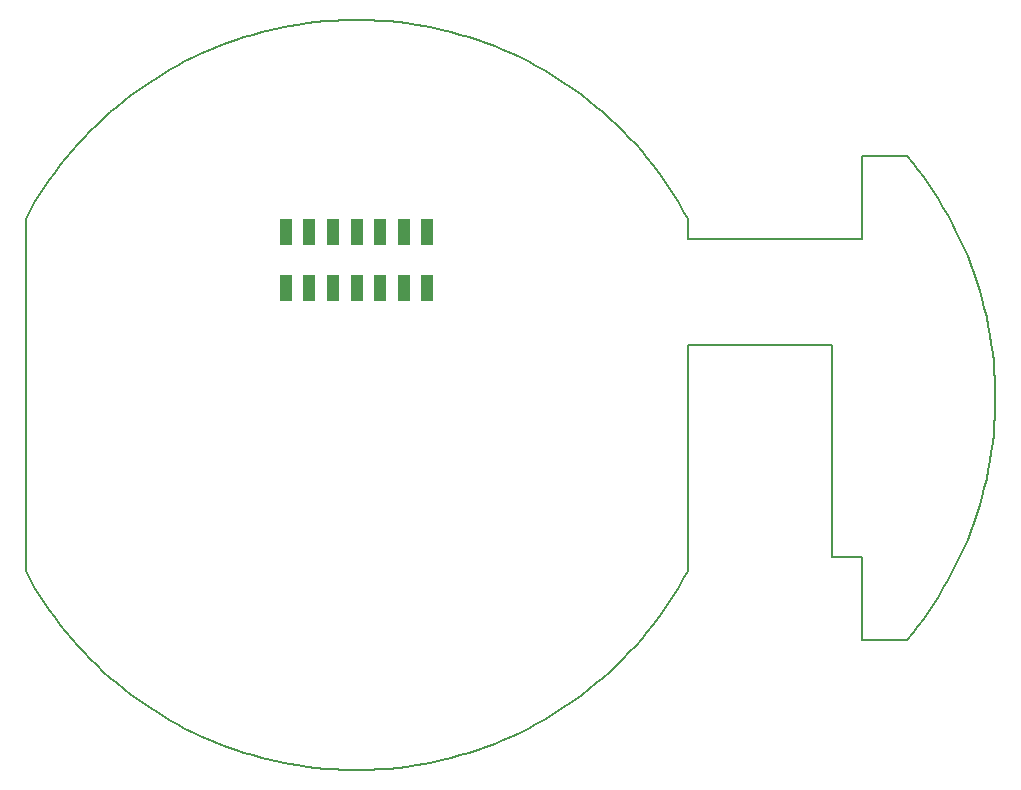
<source format=gbp>
G75*
%MOIN*%
%OFA0B0*%
%FSLAX24Y24*%
%IPPOS*%
%LPD*%
%AMOC8*
5,1,8,0,0,1.08239X$1,22.5*
%
%ADD10C,0.0080*%
%ADD11R,0.0394X0.0866*%
D10*
X005768Y008412D02*
X005768Y020148D01*
X005914Y020415D01*
X006066Y020678D01*
X006225Y020937D01*
X006390Y021192D01*
X006561Y021444D01*
X006739Y021691D01*
X006922Y021933D01*
X007111Y022171D01*
X007305Y022405D01*
X007506Y022633D01*
X007712Y022857D01*
X007923Y023075D01*
X008139Y023289D01*
X008361Y023497D01*
X008588Y023699D01*
X008819Y023896D01*
X009055Y024088D01*
X009296Y024273D01*
X009541Y024453D01*
X009791Y024626D01*
X010044Y024794D01*
X010302Y024955D01*
X010563Y025110D01*
X010829Y025259D01*
X011097Y025401D01*
X011369Y025536D01*
X011645Y025665D01*
X011923Y025787D01*
X012204Y025903D01*
X012488Y026011D01*
X012775Y026112D01*
X013064Y026207D01*
X013355Y026294D01*
X013648Y026375D01*
X013943Y026448D01*
X014240Y026514D01*
X014538Y026573D01*
X014837Y026624D01*
X015138Y026668D01*
X015440Y026705D01*
X015742Y026735D01*
X016046Y026757D01*
X016349Y026772D01*
X016653Y026779D01*
X016957Y026779D01*
X017261Y026772D01*
X017564Y026757D01*
X017868Y026735D01*
X018170Y026705D01*
X018472Y026668D01*
X018773Y026624D01*
X019072Y026573D01*
X019370Y026514D01*
X019667Y026448D01*
X019962Y026375D01*
X020255Y026294D01*
X020546Y026207D01*
X020835Y026112D01*
X021122Y026011D01*
X021406Y025903D01*
X021687Y025787D01*
X021965Y025665D01*
X022241Y025536D01*
X022513Y025401D01*
X022781Y025259D01*
X023047Y025110D01*
X023308Y024955D01*
X023566Y024794D01*
X023819Y024626D01*
X024069Y024453D01*
X024314Y024273D01*
X024555Y024088D01*
X024791Y023896D01*
X025022Y023699D01*
X025249Y023497D01*
X025471Y023289D01*
X025687Y023075D01*
X025898Y022857D01*
X026104Y022633D01*
X026305Y022405D01*
X026499Y022171D01*
X026688Y021933D01*
X026871Y021691D01*
X027049Y021444D01*
X027220Y021192D01*
X027385Y020937D01*
X027544Y020678D01*
X027696Y020415D01*
X027842Y020148D01*
X027841Y020148D02*
X027841Y019497D01*
X033635Y019497D01*
X033635Y022252D01*
X035144Y022252D01*
X032651Y015953D02*
X027841Y015953D01*
X027841Y008412D01*
X032651Y008867D02*
X033635Y008867D01*
X033635Y006111D01*
X035144Y006111D01*
X032651Y008867D02*
X032651Y015953D01*
X035143Y022253D02*
X035336Y022019D01*
X035523Y021781D01*
X035704Y021539D01*
X035879Y021292D01*
X036048Y021041D01*
X036211Y020786D01*
X036367Y020528D01*
X036518Y020265D01*
X036662Y019999D01*
X036799Y019730D01*
X036930Y019457D01*
X037055Y019181D01*
X037172Y018903D01*
X037283Y018621D01*
X037387Y018337D01*
X037484Y018050D01*
X037574Y017762D01*
X037658Y017471D01*
X037734Y017178D01*
X037803Y016883D01*
X037864Y016587D01*
X037919Y016290D01*
X037966Y015991D01*
X038007Y015691D01*
X038039Y015390D01*
X038065Y015089D01*
X038083Y014787D01*
X038094Y014485D01*
X038098Y014182D01*
X038094Y013879D01*
X038083Y013577D01*
X038065Y013275D01*
X038039Y012974D01*
X038007Y012673D01*
X037966Y012373D01*
X037919Y012074D01*
X037864Y011777D01*
X037803Y011481D01*
X037734Y011186D01*
X037658Y010893D01*
X037574Y010602D01*
X037484Y010314D01*
X037387Y010027D01*
X037283Y009743D01*
X037172Y009461D01*
X037055Y009183D01*
X036930Y008907D01*
X036799Y008634D01*
X036662Y008365D01*
X036518Y008099D01*
X036367Y007836D01*
X036211Y007578D01*
X036048Y007323D01*
X035879Y007072D01*
X035704Y006825D01*
X035523Y006583D01*
X035336Y006345D01*
X035143Y006111D01*
X027842Y008412D02*
X027696Y008145D01*
X027544Y007882D01*
X027385Y007623D01*
X027220Y007368D01*
X027049Y007116D01*
X026871Y006869D01*
X026688Y006627D01*
X026499Y006389D01*
X026305Y006155D01*
X026104Y005927D01*
X025898Y005703D01*
X025687Y005485D01*
X025471Y005271D01*
X025249Y005063D01*
X025022Y004861D01*
X024791Y004664D01*
X024555Y004472D01*
X024314Y004287D01*
X024069Y004107D01*
X023819Y003934D01*
X023566Y003766D01*
X023308Y003605D01*
X023047Y003450D01*
X022781Y003301D01*
X022513Y003159D01*
X022241Y003024D01*
X021965Y002895D01*
X021687Y002773D01*
X021406Y002657D01*
X021122Y002549D01*
X020835Y002448D01*
X020546Y002353D01*
X020255Y002266D01*
X019962Y002185D01*
X019667Y002112D01*
X019370Y002046D01*
X019072Y001987D01*
X018773Y001936D01*
X018472Y001892D01*
X018170Y001855D01*
X017868Y001825D01*
X017564Y001803D01*
X017261Y001788D01*
X016957Y001781D01*
X016653Y001781D01*
X016349Y001788D01*
X016046Y001803D01*
X015742Y001825D01*
X015440Y001855D01*
X015138Y001892D01*
X014837Y001936D01*
X014538Y001987D01*
X014240Y002046D01*
X013943Y002112D01*
X013648Y002185D01*
X013355Y002266D01*
X013064Y002353D01*
X012775Y002448D01*
X012488Y002549D01*
X012204Y002657D01*
X011923Y002773D01*
X011645Y002895D01*
X011369Y003024D01*
X011097Y003159D01*
X010829Y003301D01*
X010563Y003450D01*
X010302Y003605D01*
X010044Y003766D01*
X009791Y003934D01*
X009541Y004107D01*
X009296Y004287D01*
X009055Y004472D01*
X008819Y004664D01*
X008588Y004861D01*
X008361Y005063D01*
X008139Y005271D01*
X007923Y005485D01*
X007712Y005703D01*
X007506Y005927D01*
X007305Y006155D01*
X007111Y006389D01*
X006922Y006627D01*
X006739Y006869D01*
X006561Y007116D01*
X006390Y007368D01*
X006225Y007623D01*
X006066Y007882D01*
X005914Y008145D01*
X005768Y008412D01*
D11*
X014442Y017835D03*
X015230Y017835D03*
X016017Y017835D03*
X016805Y017835D03*
X017592Y017835D03*
X018379Y017835D03*
X019167Y017835D03*
X019167Y019725D03*
X018379Y019725D03*
X017592Y019725D03*
X016805Y019725D03*
X016017Y019725D03*
X015230Y019725D03*
X014442Y019725D03*
M02*

</source>
